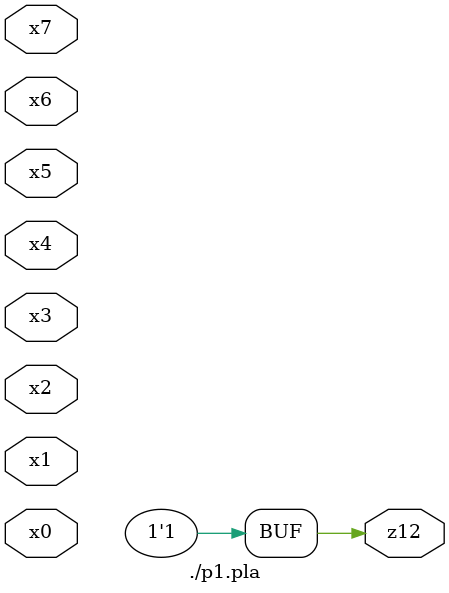
<source format=v>

module \./p1.pla  ( 
    x0, x1, x2, x3, x4, x5, x6, x7,
    z12  );
  input  x0, x1, x2, x3, x4, x5, x6, x7;
  output z12;
  assign z12 = 1'b1;
endmodule



</source>
